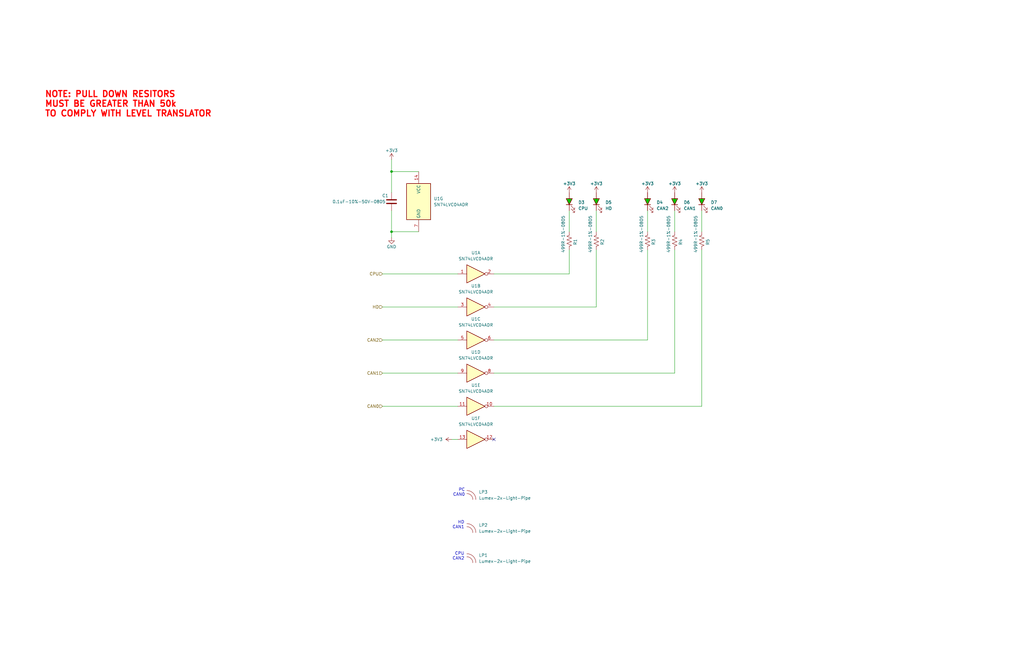
<source format=kicad_sch>
(kicad_sch (version 20250114) (generator "eeschema") (generator_version "9.0")
  (paper "B")
  (title_block (title "NX Indicator Board V1") (date "2025-04-26") (rev "1"))
  (lib_symbols
    (symbol "74xx:74AHC04"
      (property "Reference" "U" (at 0 1.27 0))
      (property "Value" "74AHC04" (at 0 -1.27 0))
      (symbol "74AHC04_1_0"
        (polyline (pts (xy -3.81 3.81) (xy -3.81 -3.81) (xy 3.81 0) (xy -3.81 3.81)) (stroke (width 0.254)) (fill (type background)))
        (pin input line (at -7.62 0 0) (length 3.81) (name "~") (number "1"))
        (pin output inverted (at 7.62 0 180) (length 3.81) (name "~") (number "2"))
      )
      (symbol "74AHC04_2_0"
        (polyline (pts (xy -3.81 3.81) (xy -3.81 -3.81) (xy 3.81 0) (xy -3.81 3.81)) (stroke (width 0.254)) (fill (type background)))
        (pin input line (at -7.62 0 0) (length 3.81) (name "~") (number "3"))
        (pin output inverted (at 7.62 0 180) (length 3.81) (name "~") (number "4"))
      )
      (symbol "74AHC04_3_0"
        (polyline (pts (xy -3.81 3.81) (xy -3.81 -3.81) (xy 3.81 0) (xy -3.81 3.81)) (stroke (width 0.254)) (fill (type background)))
        (pin input line (at -7.62 0 0) (length 3.81) (name "~") (number "5"))
        (pin output inverted (at 7.62 0 180) (length 3.81) (name "~") (number "6"))
      )
      (symbol "74AHC04_4_0"
        (polyline (pts (xy -3.81 3.81) (xy -3.81 -3.81) (xy 3.81 0) (xy -3.81 3.81)) (stroke (width 0.254)) (fill (type background)))
        (pin input line (at -7.62 0 0) (length 3.81) (name "~") (number "9"))
        (pin output inverted (at 7.62 0 180) (length 3.81) (name "~") (number "8"))
      )
      (symbol "74AHC04_5_0"
        (polyline (pts (xy -3.81 3.81) (xy -3.81 -3.81) (xy 3.81 0) (xy -3.81 3.81)) (stroke (width 0.254)) (fill (type background)))
        (pin input line (at -7.62 0 0) (length 3.81) (name "~") (number "11"))
        (pin output inverted (at 7.62 0 180) (length 3.81) (name "~") (number "10"))
      )
      (symbol "74AHC04_6_0"
        (polyline (pts (xy -3.81 3.81) (xy -3.81 -3.81) (xy 3.81 0) (xy -3.81 3.81)) (stroke (width 0.254)) (fill (type background)))
        (pin input line (at -7.62 0 0) (length 3.81) (name "~") (number "13"))
        (pin output inverted (at 7.62 0 180) (length 3.81) (name "~") (number "12"))
      )
      (symbol "74AHC04_7_0"
        (pin power_in line (at 0 12.7 270) (length 5.08) (name "VCC") (number "14"))
        (pin power_in line (at 0 -12.7 90) (length 5.08) (name "GND") (number "7"))
      )
      (symbol "74AHC04_7_1"
        (rectangle (start -5.08 7.62) (end 5.08 -7.62) (stroke (width 0.254)) (fill (type background)))
      )
    )
    (symbol "Device:C" (pin_numbers (hide yes)) (pin_names (offset 0.254))
      (property "Reference" "C" (at 0.635 2.54 0))
      (property "Value" "C" (at 0.635 -2.54 0))
      (symbol "C_0_1"
        (polyline (pts (xy -2.032 0.762) (xy 2.032 0.762)) (stroke (width 0.508)))
        (polyline (pts (xy -2.032 -0.762) (xy 2.032 -0.762)) (stroke (width 0.508)))
      )
      (symbol "C_1_1"
        (pin passive line (at 0 3.81 270) (length 2.794) (name "~") (number "1"))
        (pin passive line (at 0 -3.81 90) (length 2.794) (name "~") (number "2"))
      )
    )
    (symbol "Device:LED" (pin_numbers (hide yes)) (pin_names (offset 1.016) (hide yes))
      (property "Reference" "D?" (at -0.3174 -3.81 90))
      (property "Value" "LED" (at -2.8574 -3.81 90))
      (symbol "LED_0_1"
        (polyline (pts (xy -3.048 -0.762) (xy -4.572 -2.286) (xy -3.81 -2.286) (xy -4.572 -2.286) (xy -4.572 -1.524)))
        (polyline (pts (xy -1.778 -0.762) (xy -3.302 -2.286) (xy -2.54 -2.286) (xy -3.302 -2.286) (xy -3.302 -1.524)))
        (polyline (pts (xy -1.27 -1.27) (xy -1.27 1.27)) (stroke (width 0.254)))
      )
      (symbol "LED_1_1"
        (polyline (pts (xy 1.27 -1.27) (xy 1.27 1.27) (xy -1.27 0) (xy 1.27 -1.27)) (stroke (width 0.254)) (fill (type color) (color 0 194 0 1)))
        (pin passive line (at -3.81 0 0) (length 2.54) (name "K") (number "1"))
        (pin passive line (at 3.81 0 180) (length 2.54) (name "A") (number "2"))
      )
    )
    (symbol "Device:R_US" (pin_numbers (hide yes)) (pin_names (offset 0))
      (property "Reference" "R" (at 2.54 0 90))
      (property "Value" "R_US" (at -2.54 0 90))
      (symbol "R_US_0_1"
        (polyline (pts (xy 0 2.286) (xy 0 2.54)))
        (polyline (pts (xy 0 2.286) (xy 1.016 1.905) (xy 0 1.524) (xy -1.016 1.143) (xy 0 0.762)))
        (polyline (pts (xy 0 0.762) (xy 1.016 0.381) (xy 0 0) (xy -1.016 -0.381) (xy 0 -0.762)))
        (polyline (pts (xy 0 -0.762) (xy 1.016 -1.143) (xy 0 -1.524) (xy -1.016 -1.905) (xy 0 -2.286)))
        (polyline (pts (xy 0 -2.286) (xy 0 -2.54)))
      )
      (symbol "R_US_1_1"
        (pin passive line (at 0 3.81 270) (length 1.27) (name "~") (number "1"))
        (pin passive line (at 0 -3.81 90) (length 1.27) (name "~") (number "2"))
      )
    )
    (symbol "NX-IndicatorBoard:Lumex-2x-Light-Pipe" (pin_numbers (hide yes)) (pin_names (offset 0) (hide yes))
      (property "Reference" "LP" (at 0 0 0))
      (property "Value" "Lumex-2x-Light-Pipe" (at 0 0 0))
      (symbol "Lumex-2x-Light-Pipe_0_1"
        (arc (start 0.0068 3.8168) (mid 2.6989 2.6989) (end 3.8168 0.0068))
        (arc (start 0 2.54) (mid 1.7961 1.7961) (end 2.54 0))
      )
    )
    (symbol "power:+3V3" (power) (pin_names (offset 0))
      (property "Value" "+3V3" (at 0 3.556 0))
      (symbol "+3V3_0_1"
        (polyline (pts (xy -0.762 1.27) (xy 0 2.54)))
        (polyline (pts (xy 0 2.54) (xy 0.762 1.27)))
        (polyline (pts (xy 0 0) (xy 0 2.54)))
      )
      (symbol "+3V3_1_1"
        (pin power_in line (at 0 0 90) (length 0) (hide yes) (name "+3V3") (number "1"))
      )
    )
    (symbol "power:GND" (power) (pin_names (offset 0))
      (property "Value" "GND" (at 0 -3.81 0))
      (symbol "GND_0_1"
        (polyline (pts (xy 0 0) (xy 0 -1.27) (xy 1.27 -1.27) (xy 0 -2.54) (xy -1.27 -1.27) (xy 0 -1.27)))
      )
      (symbol "GND_1_1"
        (pin power_in line (at 0 0 270) (length 0) (hide yes) (name "GND") (number "1"))
      )
    )
  )
  (text "CPU\nCAN2" (at 195.834 236.474 0) (effects (font (size 1.27 1.27)) (justify right bottom)))
  (text "PC\nCAN0" (at 196.088 209.55 0) (effects (font (size 1.27 1.27)) (justify right bottom)))
  (text "HD\nCAN1" (at 195.834 223.266 0) (effects (font (size 1.27 1.27)) (justify right bottom)))
  (text "NOTE: PULL DOWN RESITORS\nMUST BE GREATER THAN 50k\nTO COMPLY WITH LEVEL TRANSLATOR" (at 18.796 43.942 0) (effects (font (size 2.54 2.54) (thickness 0.508) (bold yes)) (justify left)))
  (junction (at 165.1 97.79))
  (junction (at 165.1 72.39))
  (no_connect (at 208.28 185.42))
  (wire (pts (xy 208.28 171.45) (xy 295.91 171.45)))
  (wire (pts (xy 208.28 143.51) (xy 273.05 143.51)))
  (wire (pts (xy 176.53 72.39) (xy 165.1 72.39)))
  (wire (pts (xy 161.29 157.48) (xy 193.04 157.48)))
  (wire (pts (xy 251.46 129.54) (xy 251.46 105.41)))
  (wire (pts (xy 240.03 88.9) (xy 240.03 97.79)))
  (wire (pts (xy 273.05 143.51) (xy 273.05 105.41)))
  (wire (pts (xy 284.48 88.9) (xy 284.48 97.79)))
  (wire (pts (xy 161.29 115.57) (xy 193.04 115.57)))
  (wire (pts (xy 165.1 100.33) (xy 165.1 97.79)))
  (wire (pts (xy 165.1 97.79) (xy 176.53 97.79)))
  (wire (pts (xy 165.1 67.31) (xy 165.1 72.39)))
  (wire (pts (xy 273.05 88.9) (xy 273.05 97.79)))
  (wire (pts (xy 284.48 157.48) (xy 284.48 105.41)))
  (wire (pts (xy 208.28 115.57) (xy 240.03 115.57)))
  (wire (pts (xy 161.29 129.54) (xy 193.04 129.54)))
  (wire (pts (xy 165.1 72.39) (xy 165.1 81.28)))
  (wire (pts (xy 295.91 171.45) (xy 295.91 105.41)))
  (wire (pts (xy 165.1 97.79) (xy 165.1 88.9)))
  (wire (pts (xy 208.28 129.54) (xy 251.46 129.54)))
  (wire (pts (xy 295.91 88.9) (xy 295.91 97.79)))
  (wire (pts (xy 240.03 115.57) (xy 240.03 105.41)))
  (wire (pts (xy 161.29 143.51) (xy 193.04 143.51)))
  (wire (pts (xy 251.46 88.9) (xy 251.46 97.79)))
  (wire (pts (xy 190.5 185.42) (xy 193.04 185.42)))
  (wire (pts (xy 161.29 171.45) (xy 193.04 171.45)))
  (wire (pts (xy 208.28 157.48) (xy 284.48 157.48)))
  (hierarchical_label "CAN1" (shape input) (at 161.29 157.48 180))
  (hierarchical_label "CPU" (shape input) (at 161.29 115.57 180))
  (hierarchical_label "HD" (shape input) (at 161.29 129.54 180))
  (hierarchical_label "CAN2" (shape input) (at 161.29 143.51 180))
  (hierarchical_label "CAN0" (shape input) (at 161.29 171.45 180))
  (symbol (lib_id "74xx:74AHC04") (at 200.66 129.54 0) (unit 2)
    (property "Reference" "U1" (at 200.66 120.65 0))
    (property "Value" "SN74LVC04ADR" (at 200.66 123.19 0))
    (property "Footprint" "Package_SO:SO-14_3.9x8.65mm_P1.27mm" (effects (hide yes)))
    (property "Datasheet" "Components/TI-sn74lvc04a.pdf" (effects (hide yes)))
    (property "Description" "Hex Inverter" (effects (hide yes)))
    (property "MFG" "Texas Instruments" (effects (hide yes)))
    (property "MFG P/N" "SN74LVC04ADR" (effects (hide yes)))
    (property "DIST" "Digikey" (effects (hide yes)))
    (property "DIST P/N" "296-1218-1-ND" (effects (hide yes)))
  )
  (symbol (lib_id "74xx:74AHC04") (at 176.53 85.09 0) (unit 7)
    (property "Reference" "U1" (at 182.88 83.8199 0) (effects (justify left)))
    (property "Value" "SN74LVC04ADR" (at 182.88 86.3599 0) (effects (justify left)))
    (property "Footprint" "Package_SO:SO-14_3.9x8.65mm_P1.27mm" (effects (hide yes)))
    (property "Datasheet" "Components/TI-sn74lvc04a.pdf" (effects (hide yes)))
    (property "Description" "Hex Inverter" (effects (hide yes)))
    (property "MFG" "Texas Instruments" (effects (hide yes)))
    (property "MFG P/N" "SN74LVC04ADR" (effects (hide yes)))
    (property "DIST" "Digikey" (effects (hide yes)))
    (property "DIST P/N" "296-1218-1-ND" (effects (hide yes)))
  )
  (symbol (lib_id "power:+3V3") (at 251.46 81.28 0) (unit 1)
    (property "Reference" "#PWR012" (effects (hide yes)))
    (property "Value" "+3V3" (at 251.46 77.47 0))
  )
  (symbol (lib_id "power:GND") (at 165.1 100.33 0) (unit 1)
    (property "Reference" "#PWR010" (effects (hide yes)))
    (property "Value" "GND" (at 165.1 104.14 0))
  )
  (symbol (lib_id "Device:LED") (at 240.03 85.09 90) (unit 1)
    (property "Reference" "D3" (at 243.84 85.4074 90) (effects (justify right)))
    (property "Value" "CPU" (at 243.84 87.9474 90) (effects (justify right)))
    (property "Footprint" "LED_SMD:LED_1206_3216Metric" (effects (hide yes)))
    (property "Datasheet" "Components/Evewrlight-QTLP650(C,D)-2,3,4,7,B.pdf" (effects (hide yes)))
    (property "Description" "Light emitting diode" (effects (hide yes)))
    (property "DIST" "Digikey" (effects (hide yes)))
    (property "DIST P/N" "1080-1419-1-ND" (effects (hide yes)))
    (property "MFG" "Everlight Electronics" (effects (hide yes)))
    (property "MFG P/N" "QTLP650D4TR" (effects (hide yes)))
  )
  (symbol (lib_id "74xx:74AHC04") (at 200.66 171.45 0) (unit 5)
    (property "Reference" "U1" (at 200.66 162.56 0))
    (property "Value" "SN74LVC04ADR" (at 200.66 165.1 0))
    (property "Footprint" "Package_SO:SO-14_3.9x8.65mm_P1.27mm" (effects (hide yes)))
    (property "Datasheet" "Components/TI-sn74lvc04a.pdf" (effects (hide yes)))
    (property "Description" "Hex Inverter" (effects (hide yes)))
    (property "MFG" "Texas Instruments" (effects (hide yes)))
    (property "MFG P/N" "SN74LVC04ADR" (effects (hide yes)))
    (property "DIST" "Digikey" (effects (hide yes)))
    (property "DIST P/N" "296-1218-1-ND" (effects (hide yes)))
  )
  (symbol (lib_id "NX-IndicatorBoard:Lumex-2x-Light-Pipe") (at 196.85 237.49 0) (unit 1)
    (property "Reference" "LP1" (at 201.93 234.3115 0) (effects (justify left)))
    (property "Value" "Lumex-2x-Light-Pipe" (at 201.93 236.8515 0) (effects (justify left)))
    (property "Footprint" "NX-IndicatorBoard:Lumex-LPF-C012303S" (effects (hide yes)))
    (property "Datasheet" "Components/Lumex-2x-LightPipe-LPF-C012303S.pdf" (effects (hide yes)))
    (property "Description" "Light Pipe 2 High Clear Rigid Board Mount, Press Fit, Right Angle" (effects (hide yes)))
    (property "MFG" "Lumex" (effects (hide yes)))
    (property "MFG P/N" "LPF-C012303S" (effects (hide yes)))
    (property "DIST" "Digikey" (effects (hide yes)))
    (property "DIST P/N" "67-1850-ND" (effects (hide yes)))
  )
  (symbol (lib_id "NX-IndicatorBoard:Lumex-2x-Light-Pipe") (at 196.85 224.79 0) (unit 1)
    (property "Reference" "LP2" (at 201.93 221.6115 0) (effects (justify left)))
    (property "Value" "Lumex-2x-Light-Pipe" (at 201.93 224.1515 0) (effects (justify left)))
    (property "Footprint" "NX-IndicatorBoard:Lumex-LPF-C012303S" (effects (hide yes)))
    (property "Datasheet" "Components/Lumex-2x-LightPipe-LPF-C012303S.pdf" (effects (hide yes)))
    (property "Description" "Light Pipe 2 High Clear Rigid Board Mount, Press Fit, Right Angle" (effects (hide yes)))
    (property "MFG" "Lumex" (effects (hide yes)))
    (property "MFG P/N" "LPF-C012303S" (effects (hide yes)))
    (property "DIST" "Digikey" (effects (hide yes)))
    (property "DIST P/N" "67-1850-ND" (effects (hide yes)))
  )
  (symbol (lib_id "Device:LED") (at 251.46 85.09 90) (unit 1)
    (property "Reference" "D5" (at 255.27 85.4074 90) (effects (justify right)))
    (property "Value" "HD" (at 255.27 87.9474 90) (effects (justify right)))
    (property "Footprint" "LED_SMD:LED_1206_3216Metric" (effects (hide yes)))
    (property "Datasheet" "Components/Evewrlight-QTLP650(C,D)-2,3,4,7,B.pdf" (effects (hide yes)))
    (property "Description" "Light emitting diode" (effects (hide yes)))
    (property "DIST" "Digikey" (effects (hide yes)))
    (property "DIST P/N" "1080-1419-1-ND" (effects (hide yes)))
    (property "MFG" "Everlight Electronics" (effects (hide yes)))
    (property "MFG P/N" "QTLP650D4TR" (effects (hide yes)))
  )
  (symbol (lib_id "power:+3V3") (at 295.91 81.28 0) (unit 1)
    (property "Reference" "#PWR016" (effects (hide yes)))
    (property "Value" "+3V3" (at 295.91 77.47 0))
  )
  (symbol (lib_id "Device:LED") (at 284.48 85.09 90) (unit 1)
    (property "Reference" "D6" (at 288.29 85.4074 90) (effects (justify right)))
    (property "Value" "CAN1" (at 288.29 87.9474 90) (effects (justify right)))
    (property "Footprint" "LED_SMD:LED_1206_3216Metric" (effects (hide yes)))
    (property "Datasheet" "Components/Evewrlight-QTLP650(C,D)-2,3,4,7,B.pdf" (effects (hide yes)))
    (property "Description" "Light emitting diode" (effects (hide yes)))
    (property "DIST" "Digikey" (effects (hide yes)))
    (property "DIST P/N" "1080-1419-1-ND" (effects (hide yes)))
    (property "MFG" "Everlight Electronics" (effects (hide yes)))
    (property "MFG P/N" "QTLP650D4TR" (effects (hide yes)))
  )
  (symbol (lib_id "power:+3V3") (at 165.1 67.31 0) (unit 1)
    (property "Reference" "#PWR09" (effects (hide yes)))
    (property "Value" "+3V3" (at 165.1 63.5 0))
  )
  (symbol (lib_id "74xx:74AHC04") (at 200.66 157.48 0) (unit 4)
    (property "Reference" "U1" (at 200.66 148.59 0))
    (property "Value" "SN74LVC04ADR" (at 200.66 151.13 0))
    (property "Footprint" "Package_SO:SO-14_3.9x8.65mm_P1.27mm" (effects (hide yes)))
    (property "Datasheet" "Components/TI-sn74lvc04a.pdf" (effects (hide yes)))
    (property "Description" "Hex Inverter" (effects (hide yes)))
    (property "MFG" "Texas Instruments" (effects (hide yes)))
    (property "MFG P/N" "SN74LVC04ADR" (effects (hide yes)))
    (property "DIST" "Digikey" (effects (hide yes)))
    (property "DIST P/N" "296-1218-1-ND" (effects (hide yes)))
  )
  (symbol (lib_id "Device:R_US") (at 295.91 101.6 0) (mirror x) (unit 1)
    (property "Reference" "R5" (at 298.45 103.505 90) (effects (justify right)))
    (property "Value" "499R-1%-0805" (at 293.37 106.68 90) (effects (justify right)))
    (property "Footprint" "Resistor_SMD:R_0805_2012Metric" (effects (hide yes)))
    (property "Datasheet" "Components/YAGEO-PYu-RC_Group_51_RoHS_L_12.pdf" (effects (hide yes)))
    (property "DIST" "Digikey" (effects (hide yes)))
    (property "DIST P/N" "311-499CRCT-ND" (effects (hide yes)))
    (property "MFG" "YAGEO" (effects (hide yes)))
    (property "MFG P/N" "RC0805FR-07499RL" (effects (hide yes)))
  )
  (symbol (lib_id "74xx:74AHC04") (at 200.66 115.57 0) (unit 1)
    (property "Reference" "U1" (at 200.66 106.68 0))
    (property "Value" "SN74LVC04ADR" (at 200.66 109.22 0))
    (property "Footprint" "Package_SO:SO-14_3.9x8.65mm_P1.27mm" (effects (hide yes)))
    (property "Datasheet" "Components/TI-sn74lvc04a.pdf" (effects (hide yes)))
    (property "Description" "Hex Inverter" (effects (hide yes)))
    (property "MFG" "Texas Instruments" (effects (hide yes)))
    (property "MFG P/N" "SN74LVC04ADR" (effects (hide yes)))
    (property "DIST" "Digikey" (effects (hide yes)))
    (property "DIST P/N" "296-1218-1-ND" (effects (hide yes)))
  )
  (symbol (lib_id "74xx:74AHC04") (at 200.66 185.42 0) (unit 6)
    (property "Reference" "U1" (at 200.66 176.53 0))
    (property "Value" "SN74LVC04ADR" (at 200.66 179.07 0))
    (property "Footprint" "Package_SO:SO-14_3.9x8.65mm_P1.27mm" (effects (hide yes)))
    (property "Datasheet" "Components/TI-sn74lvc04a.pdf" (effects (hide yes)))
    (property "Description" "Hex Inverter" (effects (hide yes)))
    (property "MFG" "Texas Instruments" (effects (hide yes)))
    (property "MFG P/N" "SN74LVC04ADR" (effects (hide yes)))
    (property "DIST" "Digikey" (effects (hide yes)))
    (property "DIST P/N" "296-1218-1-ND" (effects (hide yes)))
  )
  (symbol (lib_id "Device:R_US") (at 273.05 101.6 0) (mirror x) (unit 1)
    (property "Reference" "R3" (at 275.59 103.505 90) (effects (justify right)))
    (property "Value" "499R-1%-0805" (at 270.51 106.68 90) (effects (justify right)))
    (property "Footprint" "Resistor_SMD:R_0805_2012Metric" (effects (hide yes)))
    (property "Datasheet" "Components/YAGEO-PYu-RC_Group_51_RoHS_L_12.pdf" (effects (hide yes)))
    (property "DIST" "Digikey" (effects (hide yes)))
    (property "DIST P/N" "311-499CRCT-ND" (effects (hide yes)))
    (property "MFG" "YAGEO" (effects (hide yes)))
    (property "MFG P/N" "RC0805FR-07499RL" (effects (hide yes)))
  )
  (symbol (lib_id "power:+3V3") (at 240.03 81.28 0) (unit 1)
    (property "Reference" "#PWR011" (effects (hide yes)))
    (property "Value" "+3V3" (at 240.03 77.47 0))
  )
  (symbol (lib_id "74xx:74AHC04") (at 200.66 143.51 0) (unit 3)
    (property "Reference" "U1" (at 200.66 134.62 0))
    (property "Value" "SN74LVC04ADR" (at 200.66 137.16 0))
    (property "Footprint" "Package_SO:SO-14_3.9x8.65mm_P1.27mm" (effects (hide yes)))
    (property "Datasheet" "Components/TI-sn74lvc04a.pdf" (effects (hide yes)))
    (property "Description" "Hex Inverter" (effects (hide yes)))
    (property "MFG" "Texas Instruments" (effects (hide yes)))
    (property "MFG P/N" "SN74LVC04ADR" (effects (hide yes)))
    (property "DIST" "Digikey" (effects (hide yes)))
    (property "DIST P/N" "296-1218-1-ND" (effects (hide yes)))
  )
  (symbol (lib_id "NX-IndicatorBoard:Lumex-2x-Light-Pipe") (at 196.85 210.82 0) (unit 1)
    (property "Reference" "LP3" (at 201.93 207.6415 0) (effects (justify left)))
    (property "Value" "Lumex-2x-Light-Pipe" (at 201.93 210.1815 0) (effects (justify left)))
    (property "Footprint" "NX-IndicatorBoard:Lumex-LPF-C012303S" (effects (hide yes)))
    (property "Datasheet" "Components/Lumex-2x-LightPipe-LPF-C012303S.pdf" (effects (hide yes)))
    (property "Description" "Light Pipe 2 High Clear Rigid Board Mount, Press Fit, Right Angle" (effects (hide yes)))
    (property "MFG" "Lumex" (effects (hide yes)))
    (property "MFG P/N" "LPF-C012303S" (effects (hide yes)))
    (property "DIST" "Digikey" (effects (hide yes)))
    (property "DIST P/N" "67-1850-ND" (effects (hide yes)))
  )
  (symbol (lib_id "Device:LED") (at 295.91 85.09 90) (unit 1)
    (property "Reference" "D7" (at 299.72 85.4074 90) (effects (justify right)))
    (property "Value" "CAN0" (at 299.72 87.9474 90) (effects (justify right)))
    (property "Footprint" "LED_SMD:LED_1206_3216Metric" (effects (hide yes)))
    (property "Datasheet" "Components/Evewrlight-QTLP650(C,D)-2,3,4,7,B.pdf" (effects (hide yes)))
    (property "Description" "Light emitting diode" (effects (hide yes)))
    (property "DIST" "Digikey" (effects (hide yes)))
    (property "DIST P/N" "1080-1419-1-ND" (effects (hide yes)))
    (property "MFG" "Everlight Electronics" (effects (hide yes)))
    (property "MFG P/N" "QTLP650D4TR" (effects (hide yes)))
  )
  (symbol (lib_id "Device:R_US") (at 251.46 101.6 0) (mirror x) (unit 1)
    (property "Reference" "R2" (at 254 103.505 90) (effects (justify right)))
    (property "Value" "499R-1%-0805" (at 248.92 106.68 90) (effects (justify right)))
    (property "Footprint" "Resistor_SMD:R_0805_2012Metric" (effects (hide yes)))
    (property "Datasheet" "Components/YAGEO-PYu-RC_Group_51_RoHS_L_12.pdf" (effects (hide yes)))
    (property "DIST" "Digikey" (effects (hide yes)))
    (property "DIST P/N" "311-499CRCT-ND" (effects (hide yes)))
    (property "MFG" "YAGEO" (effects (hide yes)))
    (property "MFG P/N" "RC0805FR-07499RL" (effects (hide yes)))
  )
  (symbol (lib_id "Device:C") (at 165.1 85.09 0) (unit 1)
    (property "Reference" "C1" (at 163.83 82.55 0) (effects (justify right)))
    (property "Value" "0.1uF-10%-50V-0805" (at 162.56 85.09 0) (effects (justify right)))
    (property "Footprint" "Capacitor_SMD:C_0805_2012Metric" (effects (hide yes)))
    (property "Datasheet" "Components/YAGEO-UPY-GPHC_X7R_6.3V-to-250V_24.pdf" (effects (hide yes)))
    (property "MFG" "YAGEO" (effects (hide yes)))
    (property "MFG P/N" "CC0805KRX7R9BB104" (effects (hide yes)))
    (property "DIST" "Digikey" (effects (hide yes)))
    (property "DIST P/N" "311-1140-1-ND" (effects (hide yes)))
  )
  (symbol (lib_id "power:+3V3") (at 273.05 81.28 0) (unit 1)
    (property "Reference" "#PWR014" (effects (hide yes)))
    (property "Value" "+3V3" (at 273.05 77.47 0))
  )
  (symbol (lib_id "Device:LED") (at 273.05 85.09 90) (unit 1)
    (property "Reference" "D4" (at 276.86 85.4074 90) (effects (justify right)))
    (property "Value" "CAN2" (at 276.86 87.9474 90) (effects (justify right)))
    (property "Footprint" "LED_SMD:LED_1206_3216Metric" (effects (hide yes)))
    (property "Datasheet" "Components/Evewrlight-QTLP650(C,D)-2,3,4,7,B.pdf" (effects (hide yes)))
    (property "Description" "Light emitting diode" (effects (hide yes)))
    (property "DIST" "Digikey" (effects (hide yes)))
    (property "DIST P/N" "1080-1419-1-ND" (effects (hide yes)))
    (property "MFG" "Everlight Electronics" (effects (hide yes)))
    (property "MFG P/N" "QTLP650D4TR" (effects (hide yes)))
  )
  (symbol (lib_id "power:+3V3") (at 284.48 81.28 0) (unit 1)
    (property "Reference" "#PWR015" (effects (hide yes)))
    (property "Value" "+3V3" (at 284.48 77.47 0))
  )
  (symbol (lib_id "power:+3V3") (at 190.5 185.42 90) (unit 1)
    (property "Reference" "#PWR013" (effects (hide yes)))
    (property "Value" "+3V3" (at 186.69 185.42 90) (effects (justify left)))
  )
  (symbol (lib_id "Device:R_US") (at 240.03 101.6 0) (mirror x) (unit 1)
    (property "Reference" "R1" (at 242.57 103.505 90) (effects (justify right)))
    (property "Value" "499R-1%-0805" (at 237.49 106.68 90) (effects (justify right)))
    (property "Footprint" "Resistor_SMD:R_0805_2012Metric" (effects (hide yes)))
    (property "Datasheet" "Components/YAGEO-PYu-RC_Group_51_RoHS_L_12.pdf" (effects (hide yes)))
    (property "DIST" "Digikey" (effects (hide yes)))
    (property "DIST P/N" "311-499CRCT-ND" (effects (hide yes)))
    (property "MFG" "YAGEO" (effects (hide yes)))
    (property "MFG P/N" "RC0805FR-07499RL" (effects (hide yes)))
  )
  (symbol (lib_id "Device:R_US") (at 284.48 101.6 0) (mirror x) (unit 1)
    (property "Reference" "R4" (at 287.02 103.505 90) (effects (justify right)))
    (property "Value" "499R-1%-0805" (at 281.94 106.68 90) (effects (justify right)))
    (property "Footprint" "Resistor_SMD:R_0805_2012Metric" (effects (hide yes)))
    (property "Datasheet" "Components/YAGEO-PYu-RC_Group_51_RoHS_L_12.pdf" (effects (hide yes)))
    (property "DIST" "Digikey" (effects (hide yes)))
    (property "DIST P/N" "311-499CRCT-ND" (effects (hide yes)))
    (property "MFG" "YAGEO" (effects (hide yes)))
    (property "MFG P/N" "RC0805FR-07499RL" (effects (hide yes)))
  )
)
</source>
